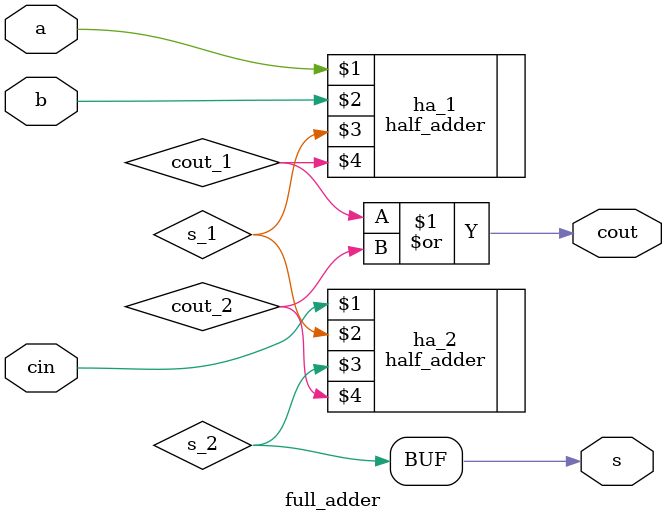
<source format=sv>
`timescale 1ns / 1ps

//Implementation of full_adder
module full_adder(input a, b, cin, output s, cout);

    logic s_1, cout_1, s_2, cout_2;
    
    half_adder ha_1(a, b, s_1, cout_1);
    half_adder ha_2(cin, s_1, s_2, cout_2);
    
    assign s = s_2;
    or o( cout, cout_1, cout_2);

endmodule
</source>
